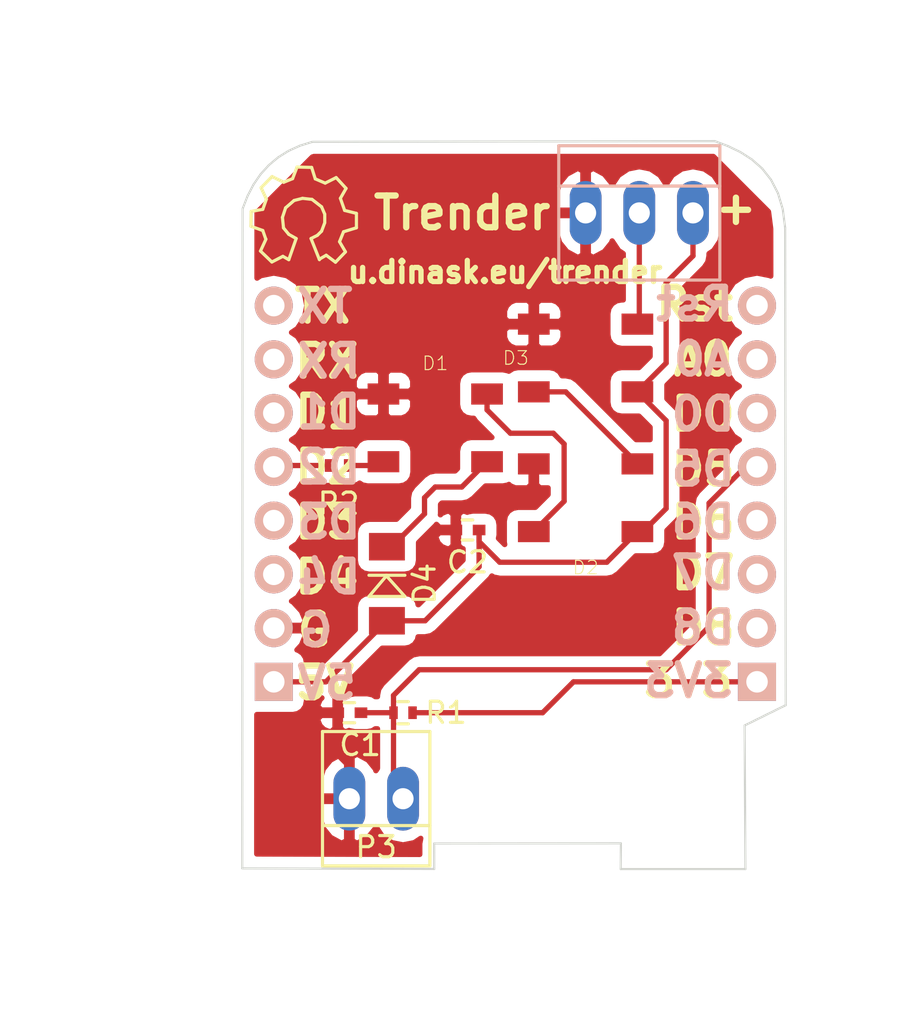
<source format=kicad_pcb>
(kicad_pcb (version 4) (host pcbnew "(2015-09-12 BZR 6188)-product")

  (general
    (links 22)
    (no_connects 0)
    (area 114.174001 72.08 161.463715 122.080001)
    (thickness 1.6)
    (drawings 84)
    (tracks 58)
    (zones 0)
    (modules 13)
    (nets 22)
  )

  (page A4)
  (title_block
    (title SweetTime)
    (date 2016-06-27)
    (rev 2.0)
    (company Galilabs)
    (comment 1 "Fablab Lannion")
    (comment 2 http://u.dinask.eu/trender)
  )

  (layers
    (0 F.Cu signal)
    (31 B.Cu signal)
    (32 B.Adhes user)
    (33 F.Adhes user)
    (34 B.Paste user)
    (35 F.Paste user)
    (36 B.SilkS user hide)
    (37 F.SilkS user)
    (38 B.Mask user)
    (39 F.Mask user)
    (40 Dwgs.User user)
    (41 Cmts.User user)
    (42 Eco1.User user)
    (43 Eco2.User user)
    (44 Edge.Cuts user)
    (45 Margin user)
    (46 B.CrtYd user)
    (47 F.CrtYd user)
    (48 B.Fab user)
    (49 F.Fab user)
  )

  (setup
    (last_trace_width 0.25)
    (trace_clearance 0.2)
    (zone_clearance 0.508)
    (zone_45_only no)
    (trace_min 0.2)
    (segment_width 0.2)
    (edge_width 0.15)
    (via_size 0.6)
    (via_drill 0.4)
    (via_min_size 0.4)
    (via_min_drill 0.3)
    (uvia_size 0.3)
    (uvia_drill 0.1)
    (uvias_allowed no)
    (uvia_min_size 0.2)
    (uvia_min_drill 0.1)
    (pcb_text_width 0.3)
    (pcb_text_size 1.5 1.5)
    (mod_edge_width 0.15)
    (mod_text_size 1 1)
    (mod_text_width 0.15)
    (pad_size 2.032 1.7272)
    (pad_drill 1.016)
    (pad_to_mask_clearance 0.2)
    (aux_axis_origin 0 0)
    (visible_elements FFFFEF7F)
    (pcbplotparams
      (layerselection 0x00130_80000001)
      (usegerberextensions false)
      (excludeedgelayer true)
      (linewidth 0.100000)
      (plotframeref false)
      (viasonmask false)
      (mode 1)
      (useauxorigin false)
      (hpglpennumber 1)
      (hpglpenspeed 20)
      (hpglpendiameter 15)
      (hpglpenoverlay 2)
      (psnegative false)
      (psa4output false)
      (plotreference true)
      (plotvalue true)
      (plotinvisibletext false)
      (padsonsilk false)
      (subtractmaskfromsilk false)
      (outputformat 4)
      (mirror false)
      (drillshape 0)
      (scaleselection 1)
      (outputdirectory ../doc/))
  )

  (net 0 "")
  (net 1 /+5V)
  (net 2 /D4)
  (net 3 /D3)
  (net 4 /D2)
  (net 5 /D1)
  (net 6 /RX)
  (net 7 /TX)
  (net 8 /+3.3V)
  (net 9 /D8)
  (net 10 /D7)
  (net 11 /D6)
  (net 12 /D5)
  (net 13 /D0)
  (net 14 /A0)
  (net 15 /RST)
  (net 16 GND)
  (net 17 "Net-(D1-Pad1)")
  (net 18 "Net-(D1-Pad2)")
  (net 19 "Net-(D2-Pad2)")
  (net 20 "Net-(D3-Pad2)")
  (net 21 "Net-(D1-Pad4)")

  (net_class Default "This is the default net class."
    (clearance 0.2)
    (trace_width 0.25)
    (via_dia 0.6)
    (via_drill 0.4)
    (uvia_dia 0.3)
    (uvia_drill 0.1)
    (add_net /+3.3V)
    (add_net /+5V)
    (add_net /A0)
    (add_net /D0)
    (add_net /D1)
    (add_net /D2)
    (add_net /D3)
    (add_net /D4)
    (add_net /D5)
    (add_net /D6)
    (add_net /D7)
    (add_net /D8)
    (add_net /RST)
    (add_net /RX)
    (add_net /TX)
    (add_net GND)
    (add_net "Net-(D1-Pad1)")
    (add_net "Net-(D1-Pad2)")
    (add_net "Net-(D1-Pad4)")
    (add_net "Net-(D2-Pad2)")
    (add_net "Net-(D3-Pad2)")
  )

  (module D1_mini:D1_mini_Pin_Header (layer B.Cu) (tedit 5772F54E) (tstamp 5766A936)
    (at 127.49 103.95)
    (descr "Through hole pin header")
    (tags "pin header")
    (path /5763EB78)
    (fp_text reference P1 (at -0.11 2.45) (layer B.SilkS) hide
      (effects (font (size 1 1) (thickness 0.15)) (justify mirror))
    )
    (fp_text value CONN_01X08 (at 0 3.1) (layer B.Fab) hide
      (effects (font (size 1 1) (thickness 0.15)) (justify mirror))
    )
    (fp_line (start -1.75 1.75) (end -1.75 -19.55) (layer B.CrtYd) (width 0.05))
    (fp_line (start 1.75 1.75) (end 1.75 -19.55) (layer B.CrtYd) (width 0.05))
    (fp_line (start -1.75 1.75) (end 1.75 1.75) (layer B.CrtYd) (width 0.05))
    (fp_line (start -1.75 -19.55) (end 1.75 -19.55) (layer B.CrtYd) (width 0.05))
    (pad 1 thru_hole rect (at 0 0) (size 1.8 1.8) (drill 1.016) (layers *.Cu *.Mask B.SilkS)
      (net 1 /+5V))
    (pad 2 thru_hole oval (at 0 -2.54) (size 1.8 1.8) (drill 1.016) (layers *.Cu *.Mask B.SilkS)
      (net 16 GND))
    (pad 3 thru_hole oval (at 0 -5.08) (size 1.8 1.8) (drill 1.016) (layers *.Cu *.Mask B.SilkS)
      (net 2 /D4))
    (pad 4 thru_hole oval (at 0 -7.62) (size 1.8 1.8) (drill 1.016) (layers *.Cu *.Mask B.SilkS)
      (net 3 /D3))
    (pad 5 thru_hole oval (at 0 -10.16) (size 1.8 1.8) (drill 1.016) (layers *.Cu *.Mask B.SilkS)
      (net 4 /D2))
    (pad 6 thru_hole oval (at 0 -12.7) (size 1.8 1.8) (drill 1.016) (layers *.Cu *.Mask B.SilkS)
      (net 5 /D1))
    (pad 7 thru_hole oval (at 0 -15.24) (size 1.8 1.8) (drill 1.016) (layers *.Cu *.Mask B.SilkS)
      (net 6 /RX))
    (pad 8 thru_hole oval (at 0 -17.78) (size 1.8 1.8) (drill 1.016) (layers *.Cu *.Mask B.SilkS)
      (net 7 /TX))
    (model Pin_Headers.3dshapes/Pin_Header_Straight_1x08.wrl
      (at (xyz 0 -0.35 0))
      (scale (xyz 1 1 1))
      (rotate (xyz 0 0 90))
    )
  )

  (module D1_mini:D1_mini_Pin_Header (layer B.Cu) (tedit 5772F54A) (tstamp 5766A941)
    (at 150.35 103.95)
    (descr "Through hole pin header")
    (tags "pin header")
    (path /5763EBF2)
    (fp_text reference P2 (at 0.05 -20.15) (layer B.SilkS) hide
      (effects (font (size 1 1) (thickness 0.15)) (justify mirror))
    )
    (fp_text value CONN_01X08 (at 0 3.1) (layer B.Fab) hide
      (effects (font (size 1 1) (thickness 0.15)) (justify mirror))
    )
    (fp_line (start -1.75 1.75) (end -1.75 -19.55) (layer B.CrtYd) (width 0.05))
    (fp_line (start 1.75 1.75) (end 1.75 -19.55) (layer B.CrtYd) (width 0.05))
    (fp_line (start -1.75 1.75) (end 1.75 1.75) (layer B.CrtYd) (width 0.05))
    (fp_line (start -1.75 -19.55) (end 1.75 -19.55) (layer B.CrtYd) (width 0.05))
    (pad 1 thru_hole rect (at 0 0) (size 1.8 1.8) (drill 1.016) (layers *.Cu *.Mask B.SilkS)
      (net 8 /+3.3V))
    (pad 2 thru_hole oval (at 0 -2.54) (size 1.8 1.8) (drill 1.016) (layers *.Cu *.Mask B.SilkS)
      (net 9 /D8))
    (pad 3 thru_hole oval (at 0 -5.08) (size 1.8 1.8) (drill 1.016) (layers *.Cu *.Mask B.SilkS)
      (net 10 /D7))
    (pad 4 thru_hole oval (at 0 -7.62) (size 1.8 1.8) (drill 1.016) (layers *.Cu *.Mask B.SilkS)
      (net 11 /D6))
    (pad 5 thru_hole oval (at 0 -10.16) (size 1.8 1.8) (drill 1.016) (layers *.Cu *.Mask B.SilkS)
      (net 12 /D5))
    (pad 6 thru_hole oval (at 0 -12.7) (size 1.8 1.8) (drill 1.016) (layers *.Cu *.Mask B.SilkS)
      (net 13 /D0))
    (pad 7 thru_hole oval (at 0 -15.24) (size 1.8 1.8) (drill 1.016) (layers *.Cu *.Mask B.SilkS)
      (net 14 /A0))
    (pad 8 thru_hole oval (at 0 -17.78) (size 1.8 1.8) (drill 1.016) (layers *.Cu *.Mask B.SilkS)
      (net 15 /RST))
    (model Pin_Headers.3dshapes/Pin_Header_Straight_1x08.wrl
      (at (xyz 0 -0.35 0))
      (scale (xyz 1 1 1))
      (rotate (xyz 0 0 90))
    )
  )

  (module D1_mini:OSHW (layer F.Cu) (tedit 5766B04E) (tstamp 5766B15A)
    (at 128.9 82.1)
    (descr OSHW)
    (tags "Symbol, OSHW-Logo, Silk Screen,")
    (fp_text reference "" (at 0.09906 -4.38912) (layer F.SilkS) hide
      (effects (font (size 1 1) (thickness 0.15)))
    )
    (fp_text value OSHW (at 0 5) (layer F.Fab) hide
      (effects (font (size 1 1) (thickness 0.15)))
    )
    (fp_line (start -1.78054 0.92964) (end -2.03962 1.49098) (layer F.SilkS) (width 0.15))
    (fp_line (start -2.03962 1.49098) (end -1.50114 2.00914) (layer F.SilkS) (width 0.15))
    (fp_line (start -1.50114 2.00914) (end -0.98044 1.7399) (layer F.SilkS) (width 0.15))
    (fp_line (start -0.98044 1.7399) (end -0.70104 1.89992) (layer F.SilkS) (width 0.15))
    (fp_line (start 0.73914 1.8796) (end 1.06934 1.6891) (layer F.SilkS) (width 0.15))
    (fp_line (start 1.06934 1.6891) (end 1.50876 2.0193) (layer F.SilkS) (width 0.15))
    (fp_line (start 1.50876 2.0193) (end 1.9812 1.52908) (layer F.SilkS) (width 0.15))
    (fp_line (start 1.9812 1.52908) (end 1.69926 1.04902) (layer F.SilkS) (width 0.15))
    (fp_line (start 1.69926 1.04902) (end 1.88976 0.57912) (layer F.SilkS) (width 0.15))
    (fp_line (start 1.88976 0.57912) (end 2.49936 0.39116) (layer F.SilkS) (width 0.15))
    (fp_line (start 2.49936 0.39116) (end 2.49936 -0.28956) (layer F.SilkS) (width 0.15))
    (fp_line (start 2.49936 -0.28956) (end 1.94056 -0.42926) (layer F.SilkS) (width 0.15))
    (fp_line (start 1.94056 -0.42926) (end 1.7399 -1.00076) (layer F.SilkS) (width 0.15))
    (fp_line (start 1.7399 -1.00076) (end 2.00914 -1.47066) (layer F.SilkS) (width 0.15))
    (fp_line (start 2.00914 -1.47066) (end 1.53924 -1.9812) (layer F.SilkS) (width 0.15))
    (fp_line (start 1.53924 -1.9812) (end 1.02108 -1.71958) (layer F.SilkS) (width 0.15))
    (fp_line (start 1.02108 -1.71958) (end 0.55118 -1.92024) (layer F.SilkS) (width 0.15))
    (fp_line (start 0.55118 -1.92024) (end 0.381 -2.46126) (layer F.SilkS) (width 0.15))
    (fp_line (start 0.381 -2.46126) (end -0.30988 -2.47904) (layer F.SilkS) (width 0.15))
    (fp_line (start -0.30988 -2.47904) (end -0.5207 -1.9304) (layer F.SilkS) (width 0.15))
    (fp_line (start -0.5207 -1.9304) (end -0.9398 -1.76022) (layer F.SilkS) (width 0.15))
    (fp_line (start -0.9398 -1.76022) (end -1.49098 -2.02946) (layer F.SilkS) (width 0.15))
    (fp_line (start -1.49098 -2.02946) (end -2.00914 -1.50114) (layer F.SilkS) (width 0.15))
    (fp_line (start -2.00914 -1.50114) (end -1.76022 -0.96012) (layer F.SilkS) (width 0.15))
    (fp_line (start -1.76022 -0.96012) (end -1.9304 -0.48006) (layer F.SilkS) (width 0.15))
    (fp_line (start -1.9304 -0.48006) (end -2.47904 -0.381) (layer F.SilkS) (width 0.15))
    (fp_line (start -2.47904 -0.381) (end -2.4892 0.32004) (layer F.SilkS) (width 0.15))
    (fp_line (start -2.4892 0.32004) (end -1.9304 0.5207) (layer F.SilkS) (width 0.15))
    (fp_line (start -1.9304 0.5207) (end -1.7907 0.91948) (layer F.SilkS) (width 0.15))
    (fp_line (start 0.35052 0.89916) (end 0.65024 0.7493) (layer F.SilkS) (width 0.15))
    (fp_line (start 0.65024 0.7493) (end 0.8509 0.55118) (layer F.SilkS) (width 0.15))
    (fp_line (start 0.8509 0.55118) (end 1.00076 0.14986) (layer F.SilkS) (width 0.15))
    (fp_line (start 1.00076 0.14986) (end 1.00076 -0.24892) (layer F.SilkS) (width 0.15))
    (fp_line (start 1.00076 -0.24892) (end 0.8509 -0.59944) (layer F.SilkS) (width 0.15))
    (fp_line (start 0.8509 -0.59944) (end 0.39878 -0.94996) (layer F.SilkS) (width 0.15))
    (fp_line (start 0.39878 -0.94996) (end -0.0508 -1.00076) (layer F.SilkS) (width 0.15))
    (fp_line (start -0.0508 -1.00076) (end -0.44958 -0.89916) (layer F.SilkS) (width 0.15))
    (fp_line (start -0.44958 -0.89916) (end -0.8509 -0.55118) (layer F.SilkS) (width 0.15))
    (fp_line (start -0.8509 -0.55118) (end -1.00076 -0.09906) (layer F.SilkS) (width 0.15))
    (fp_line (start -1.00076 -0.09906) (end -0.94996 0.39878) (layer F.SilkS) (width 0.15))
    (fp_line (start -0.94996 0.39878) (end -0.70104 0.70104) (layer F.SilkS) (width 0.15))
    (fp_line (start -0.70104 0.70104) (end -0.35052 0.89916) (layer F.SilkS) (width 0.15))
    (fp_line (start -0.35052 0.89916) (end -0.70104 1.89992) (layer F.SilkS) (width 0.15))
    (fp_line (start 0.35052 0.89916) (end 0.7493 1.89992) (layer F.SilkS) (width 0.15))
  )

  (module Capacitors_SMD:C_0402 (layer F.Cu) (tedit 5772ADD6) (tstamp 57717C62)
    (at 131.064 105.41 180)
    (descr "Capacitor SMD 0402, reflow soldering, AVX (see smccp.pdf)")
    (tags "capacitor 0402")
    (path /57717D66)
    (attr smd)
    (fp_text reference C1 (at -0.508 -1.524 180) (layer F.SilkS)
      (effects (font (size 1 1) (thickness 0.15)))
    )
    (fp_text value 10n (at 0 1.7 180) (layer F.Fab) hide
      (effects (font (size 1 1) (thickness 0.15)))
    )
    (fp_line (start -1.15 -0.6) (end 1.15 -0.6) (layer F.CrtYd) (width 0.05))
    (fp_line (start -1.15 0.6) (end 1.15 0.6) (layer F.CrtYd) (width 0.05))
    (fp_line (start -1.15 -0.6) (end -1.15 0.6) (layer F.CrtYd) (width 0.05))
    (fp_line (start 1.15 -0.6) (end 1.15 0.6) (layer F.CrtYd) (width 0.05))
    (fp_line (start 0.25 -0.475) (end -0.25 -0.475) (layer F.SilkS) (width 0.15))
    (fp_line (start -0.25 0.475) (end 0.25 0.475) (layer F.SilkS) (width 0.15))
    (pad 1 smd rect (at -0.55 0 180) (size 0.6 0.5) (layers F.Cu F.Paste F.Mask)
      (net 12 /D5))
    (pad 2 smd rect (at 0.55 0 180) (size 0.6 0.5) (layers F.Cu F.Paste F.Mask)
      (net 16 GND))
    (model Capacitors_SMD.3dshapes/C_0402.wrl
      (at (xyz 0 0 0))
      (scale (xyz 1 1 1))
      (rotate (xyz 0 0 0))
    )
  )

  (module WS2812B:LED_WS2812B (layer F.Cu) (tedit 5772F387) (tstamp 57717C6A)
    (at 135.128 91.948 180)
    (path /577173C5)
    (solder_mask_margin 0.1)
    (attr smd)
    (fp_text reference D1 (at 0 3.048 180) (layer F.SilkS)
      (effects (font (size 0.64 0.64) (thickness 0.05)))
    )
    (fp_text value WS2812B (at -0.453181 3.40908 180) (layer F.SilkS) hide
      (effects (font (size 0.64 0.64) (thickness 0.05)))
    )
    (fp_line (start -2.5 2.5) (end 2.5 2.5) (layer Dwgs.User) (width 0.127))
    (fp_line (start 2.5 2.5) (end 2.5 -2.5) (layer Dwgs.User) (width 0.127))
    (fp_line (start 2.5 -2.5) (end -2.5 -2.5) (layer Dwgs.User) (width 0.127))
    (fp_line (start -2.5 -2.5) (end -2.5 2.5) (layer Dwgs.User) (width 0.127))
    (pad 1 smd rect (at -2.45 -1.6 270) (size 1 1.5) (layers F.Cu F.Paste F.Mask)
      (net 17 "Net-(D1-Pad1)") (solder_mask_margin 0.2))
    (pad 4 smd rect (at 2.45 -1.6 270) (size 1 1.5) (layers F.Cu F.Paste F.Mask)
      (net 21 "Net-(D1-Pad4)") (solder_mask_margin 0.2))
    (pad 2 smd rect (at -2.45 1.6 270) (size 1 1.5) (layers F.Cu F.Paste F.Mask)
      (net 18 "Net-(D1-Pad2)") (solder_mask_margin 0.2))
    (pad 3 smd rect (at 2.45 1.6 270) (size 1 1.5) (layers F.Cu F.Paste F.Mask)
      (net 16 GND) (solder_mask_margin 0.2))
  )

  (module WS2812B:LED_WS2812B (layer F.Cu) (tedit 5772F380) (tstamp 57717C72)
    (at 142.24 95.25 180)
    (path /577174D3)
    (solder_mask_margin 0.1)
    (attr smd)
    (fp_text reference D2 (at 0 -3.302 180) (layer F.SilkS)
      (effects (font (size 0.64 0.64) (thickness 0.05)))
    )
    (fp_text value WS2812B (at -0.453181 3.40908 180) (layer F.SilkS) hide
      (effects (font (size 0.64 0.64) (thickness 0.05)))
    )
    (fp_line (start -2.5 2.5) (end 2.5 2.5) (layer Dwgs.User) (width 0.127))
    (fp_line (start 2.5 2.5) (end 2.5 -2.5) (layer Dwgs.User) (width 0.127))
    (fp_line (start 2.5 -2.5) (end -2.5 -2.5) (layer Dwgs.User) (width 0.127))
    (fp_line (start -2.5 -2.5) (end -2.5 2.5) (layer Dwgs.User) (width 0.127))
    (pad 1 smd rect (at -2.45 -1.6 270) (size 1 1.5) (layers F.Cu F.Paste F.Mask)
      (net 1 /+5V) (solder_mask_margin 0.2))
    (pad 4 smd rect (at 2.45 -1.6 270) (size 1 1.5) (layers F.Cu F.Paste F.Mask)
      (net 18 "Net-(D1-Pad2)") (solder_mask_margin 0.2))
    (pad 2 smd rect (at -2.45 1.6 270) (size 1 1.5) (layers F.Cu F.Paste F.Mask)
      (net 19 "Net-(D2-Pad2)") (solder_mask_margin 0.2))
    (pad 3 smd rect (at 2.45 1.6 270) (size 1 1.5) (layers F.Cu F.Paste F.Mask)
      (net 16 GND) (solder_mask_margin 0.2))
  )

  (module WS2812B:LED_WS2812B (layer F.Cu) (tedit 5772F44F) (tstamp 57717C7A)
    (at 142.24 88.646 180)
    (path /57717547)
    (solder_mask_margin 0.1)
    (attr smd)
    (fp_text reference D3 (at 3.302 0 180) (layer F.SilkS)
      (effects (font (size 0.64 0.64) (thickness 0.05)))
    )
    (fp_text value WS2812B (at -0.453181 3.40908 180) (layer F.SilkS) hide
      (effects (font (size 0.64 0.64) (thickness 0.05)))
    )
    (fp_line (start -2.5 2.5) (end 2.5 2.5) (layer Dwgs.User) (width 0.127))
    (fp_line (start 2.5 2.5) (end 2.5 -2.5) (layer Dwgs.User) (width 0.127))
    (fp_line (start 2.5 -2.5) (end -2.5 -2.5) (layer Dwgs.User) (width 0.127))
    (fp_line (start -2.5 -2.5) (end -2.5 2.5) (layer Dwgs.User) (width 0.127))
    (pad 1 smd rect (at -2.45 -1.6 270) (size 1 1.5) (layers F.Cu F.Paste F.Mask)
      (net 1 /+5V) (solder_mask_margin 0.2))
    (pad 4 smd rect (at 2.45 -1.6 270) (size 1 1.5) (layers F.Cu F.Paste F.Mask)
      (net 19 "Net-(D2-Pad2)") (solder_mask_margin 0.2))
    (pad 2 smd rect (at -2.45 1.6 270) (size 1 1.5) (layers F.Cu F.Paste F.Mask)
      (net 20 "Net-(D3-Pad2)") (solder_mask_margin 0.2))
    (pad 3 smd rect (at 2.45 1.6 270) (size 1 1.5) (layers F.Cu F.Paste F.Mask)
      (net 16 GND) (solder_mask_margin 0.2))
  )

  (module Connect:PINHEAD1-2 (layer F.Cu) (tedit 5772ADDD) (tstamp 57717C86)
    (at 132.334 109.474 180)
    (path /577189A7)
    (attr virtual)
    (fp_text reference P3 (at 0 -2.286 180) (layer F.SilkS)
      (effects (font (size 1 1) (thickness 0.15)))
    )
    (fp_text value CONN_01X02 (at 0 3.81 180) (layer F.Fab) hide
      (effects (font (size 1 1) (thickness 0.15)))
    )
    (fp_line (start 2.54 -1.27) (end -2.54 -1.27) (layer F.SilkS) (width 0.15))
    (fp_line (start 2.54 3.175) (end -2.54 3.175) (layer F.SilkS) (width 0.15))
    (fp_line (start -2.54 -3.175) (end 2.54 -3.175) (layer F.SilkS) (width 0.15))
    (fp_line (start -2.54 -3.175) (end -2.54 3.175) (layer F.SilkS) (width 0.15))
    (fp_line (start 2.54 -3.175) (end 2.54 3.175) (layer F.SilkS) (width 0.15))
    (pad 1 thru_hole oval (at -1.27 0 180) (size 1.50622 3.01498) (drill 0.99822) (layers *.Cu *.Mask)
      (net 12 /D5))
    (pad 2 thru_hole oval (at 1.27 0 180) (size 1.50622 3.01498) (drill 0.99822) (layers *.Cu *.Mask)
      (net 16 GND))
  )

  (module Resistors_SMD:R_0402 (layer F.Cu) (tedit 5772ADCE) (tstamp 57717C8C)
    (at 133.604 105.41 180)
    (descr "Resistor SMD 0402, reflow soldering, Vishay (see dcrcw.pdf)")
    (tags "resistor 0402")
    (path /57717D17)
    (attr smd)
    (fp_text reference R1 (at -2.032 0 180) (layer F.SilkS)
      (effects (font (size 1 1) (thickness 0.15)))
    )
    (fp_text value 10K (at 0 1.8 180) (layer F.Fab) hide
      (effects (font (size 1 1) (thickness 0.15)))
    )
    (fp_line (start -0.95 -0.65) (end 0.95 -0.65) (layer F.CrtYd) (width 0.05))
    (fp_line (start -0.95 0.65) (end 0.95 0.65) (layer F.CrtYd) (width 0.05))
    (fp_line (start -0.95 -0.65) (end -0.95 0.65) (layer F.CrtYd) (width 0.05))
    (fp_line (start 0.95 -0.65) (end 0.95 0.65) (layer F.CrtYd) (width 0.05))
    (fp_line (start 0.25 -0.525) (end -0.25 -0.525) (layer F.SilkS) (width 0.15))
    (fp_line (start -0.25 0.525) (end 0.25 0.525) (layer F.SilkS) (width 0.15))
    (pad 1 smd rect (at -0.45 0 180) (size 0.4 0.6) (layers F.Cu F.Paste F.Mask)
      (net 8 /+3.3V))
    (pad 2 smd rect (at 0.45 0 180) (size 0.4 0.6) (layers F.Cu F.Paste F.Mask)
      (net 12 /D5))
    (model Resistors_SMD.3dshapes/R_0402.wrl
      (at (xyz 0 0 0))
      (scale (xyz 1 1 1))
      (rotate (xyz 0 0 0))
    )
  )

  (module Capacitors_SMD:C_0402 (layer F.Cu) (tedit 5772F50A) (tstamp 5772A79F)
    (at 136.652 96.774 180)
    (descr "Capacitor SMD 0402, reflow soldering, AVX (see smccp.pdf)")
    (tags "capacitor 0402")
    (path /5772A7DC)
    (attr smd)
    (fp_text reference C2 (at 0 -1.524 180) (layer F.SilkS)
      (effects (font (size 1 1) (thickness 0.15)))
    )
    (fp_text value 4.7u (at 0 1.7 180) (layer F.Fab) hide
      (effects (font (size 1 1) (thickness 0.15)))
    )
    (fp_line (start -1.15 -0.6) (end 1.15 -0.6) (layer F.CrtYd) (width 0.05))
    (fp_line (start -1.15 0.6) (end 1.15 0.6) (layer F.CrtYd) (width 0.05))
    (fp_line (start -1.15 -0.6) (end -1.15 0.6) (layer F.CrtYd) (width 0.05))
    (fp_line (start 1.15 -0.6) (end 1.15 0.6) (layer F.CrtYd) (width 0.05))
    (fp_line (start 0.25 -0.475) (end -0.25 -0.475) (layer F.SilkS) (width 0.15))
    (fp_line (start -0.25 0.475) (end 0.25 0.475) (layer F.SilkS) (width 0.15))
    (pad 1 smd rect (at -0.55 0 180) (size 0.6 0.5) (layers F.Cu F.Paste F.Mask)
      (net 1 /+5V))
    (pad 2 smd rect (at 0.55 0 180) (size 0.6 0.5) (layers F.Cu F.Paste F.Mask)
      (net 16 GND))
    (model Capacitors_SMD.3dshapes/C_0402.wrl
      (at (xyz 0 0 0))
      (scale (xyz 1 1 1))
      (rotate (xyz 0 0 0))
    )
  )

  (module Resistors_SMD:R_0402 (layer F.Cu) (tedit 5772A7B0) (tstamp 5772A7AA)
    (at 130.556 93.726 180)
    (descr "Resistor SMD 0402, reflow soldering, Vishay (see dcrcw.pdf)")
    (tags "resistor 0402")
    (path /5772A62F)
    (attr smd)
    (fp_text reference R2 (at 0 -1.8 180) (layer F.SilkS)
      (effects (font (size 1 1) (thickness 0.15)))
    )
    (fp_text value 470 (at 0 1.8 180) (layer F.Fab) hide
      (effects (font (size 1 1) (thickness 0.15)))
    )
    (fp_line (start -0.95 -0.65) (end 0.95 -0.65) (layer F.CrtYd) (width 0.05))
    (fp_line (start -0.95 0.65) (end 0.95 0.65) (layer F.CrtYd) (width 0.05))
    (fp_line (start -0.95 -0.65) (end -0.95 0.65) (layer F.CrtYd) (width 0.05))
    (fp_line (start 0.95 -0.65) (end 0.95 0.65) (layer F.CrtYd) (width 0.05))
    (fp_line (start 0.25 -0.525) (end -0.25 -0.525) (layer F.SilkS) (width 0.15))
    (fp_line (start -0.25 0.525) (end 0.25 0.525) (layer F.SilkS) (width 0.15))
    (pad 1 smd rect (at -0.45 0 180) (size 0.4 0.6) (layers F.Cu F.Paste F.Mask)
      (net 21 "Net-(D1-Pad4)"))
    (pad 2 smd rect (at 0.45 0 180) (size 0.4 0.6) (layers F.Cu F.Paste F.Mask)
      (net 4 /D2))
    (model Resistors_SMD.3dshapes/R_0402.wrl
      (at (xyz 0 0 0))
      (scale (xyz 1 1 1))
      (rotate (xyz 0 0 0))
    )
  )

  (module Diodes_SMD:MiniMELF_Standard (layer F.Cu) (tedit 5772B057) (tstamp 5772AD7C)
    (at 132.842 99.314 270)
    (descr "Diode Mini-MELF Standard")
    (tags "Diode Mini-MELF Standard")
    (path /57717974)
    (attr smd)
    (fp_text reference D4 (at 0 -1.778 270) (layer F.SilkS)
      (effects (font (size 1 1) (thickness 0.15)))
    )
    (fp_text value 1N4148 (at 0 3.81 270) (layer F.Fab) hide
      (effects (font (size 1 1) (thickness 0.15)))
    )
    (fp_line (start -2.55 -1) (end 2.55 -1) (layer F.CrtYd) (width 0.05))
    (fp_line (start 2.55 -1) (end 2.55 1) (layer F.CrtYd) (width 0.05))
    (fp_line (start 2.55 1) (end -2.55 1) (layer F.CrtYd) (width 0.05))
    (fp_line (start -2.55 1) (end -2.55 -1) (layer F.CrtYd) (width 0.05))
    (fp_line (start -0.40024 0.0508) (end 0.60052 -0.85) (layer F.SilkS) (width 0.15))
    (fp_line (start 0.60052 -0.85) (end 0.60052 0.85) (layer F.SilkS) (width 0.15))
    (fp_line (start 0.60052 0.85) (end -0.40024 0) (layer F.SilkS) (width 0.15))
    (fp_line (start -0.40024 -0.85) (end -0.40024 0.85) (layer F.SilkS) (width 0.15))
    (fp_text user K (at -1.8 1.95 270) (layer F.SilkS) hide
      (effects (font (size 1 1) (thickness 0.15)))
    )
    (fp_text user A (at 1.8 1.95 270) (layer F.SilkS) hide
      (effects (font (size 1 1) (thickness 0.15)))
    )
    (fp_circle (center 0 0) (end 0 0.55118) (layer F.Adhes) (width 0.381))
    (fp_circle (center 0 0) (end 0 0.20066) (layer F.Adhes) (width 0.381))
    (pad 1 smd rect (at -1.75006 0 270) (size 1.30048 1.69926) (layers F.Cu F.Paste F.Mask)
      (net 17 "Net-(D1-Pad1)"))
    (pad 2 smd rect (at 1.75006 0 270) (size 1.30048 1.69926) (layers F.Cu F.Paste F.Mask)
      (net 1 /+5V))
    (model Diodes_SMD.3dshapes/MiniMELF_Standard.wrl
      (at (xyz 0 0 0))
      (scale (xyz 0.3937 0.3937 0.3937))
      (rotate (xyz 0 0 0))
    )
  )

  (module Connect:PINHEAD1-3 (layer B.Cu) (tedit 5772F2FA) (tstamp 5772F2C6)
    (at 144.78 81.788 180)
    (path /5772F386)
    (attr virtual)
    (fp_text reference P4 (at 0.05 3.8 180) (layer B.SilkS) hide
      (effects (font (size 1 1) (thickness 0.15)) (justify mirror))
    )
    (fp_text value CONN_01X03 (at 0 -3.81 180) (layer B.Fab) hide
      (effects (font (size 1 1) (thickness 0.15)) (justify mirror))
    )
    (fp_line (start -3.81 3.175) (end -3.81 -3.175) (layer B.SilkS) (width 0.15))
    (fp_line (start 3.81 3.175) (end 3.81 -3.175) (layer B.SilkS) (width 0.15))
    (fp_line (start 3.81 1.27) (end -3.81 1.27) (layer B.SilkS) (width 0.15))
    (fp_line (start -3.81 3.175) (end 3.81 3.175) (layer B.SilkS) (width 0.15))
    (fp_line (start 3.81 -3.175) (end -3.81 -3.175) (layer B.SilkS) (width 0.15))
    (pad 1 thru_hole oval (at -2.54 0 180) (size 1.50622 3.01498) (drill 0.99822) (layers *.Cu *.Mask)
      (net 1 /+5V))
    (pad 2 thru_hole oval (at 0 0 180) (size 1.50622 3.01498) (drill 0.99822) (layers *.Cu *.Mask)
      (net 20 "Net-(D3-Pad2)"))
    (pad 3 thru_hole oval (at 2.54 0 180) (size 1.50622 3.01498) (drill 0.99822) (layers *.Cu *.Mask)
      (net 16 GND))
  )

  (dimension 6.096 (width 0.3) (layer Dwgs.User)
    (gr_text "6,096 mm" (at 155.528 81.28 90) (layer Dwgs.User)
      (effects (font (size 1.5 1.5) (thickness 0.3)))
    )
    (feature1 (pts (xy 152.146 78.232) (xy 156.878 78.232)))
    (feature2 (pts (xy 152.146 84.328) (xy 156.878 84.328)))
    (crossbar (pts (xy 154.178 84.328) (xy 154.178 78.232)))
    (arrow1a (pts (xy 154.178 78.232) (xy 154.764421 79.358504)))
    (arrow1b (pts (xy 154.178 78.232) (xy 153.591579 79.358504)))
    (arrow2a (pts (xy 154.178 84.328) (xy 154.764421 83.201496)))
    (arrow2b (pts (xy 154.178 84.328) (xy 153.591579 83.201496)))
  )
  (dimension 7.62 (width 0.3) (layer Dwgs.User)
    (gr_text "7,620 mm" (at 155.528 108.966 90) (layer Dwgs.User)
      (effects (font (size 1.5 1.5) (thickness 0.3)))
    )
    (feature1 (pts (xy 151.638 105.156) (xy 156.878 105.156)))
    (feature2 (pts (xy 151.638 112.776) (xy 156.878 112.776)))
    (crossbar (pts (xy 154.178 112.776) (xy 154.178 105.156)))
    (arrow1a (pts (xy 154.178 105.156) (xy 154.764421 106.282504)))
    (arrow1b (pts (xy 154.178 105.156) (xy 153.591579 106.282504)))
    (arrow2a (pts (xy 154.178 112.776) (xy 154.764421 111.649496)))
    (arrow2b (pts (xy 154.178 112.776) (xy 153.591579 111.649496)))
  )
  (dimension 1.778 (width 0.3) (layer Dwgs.User)
    (gr_text "1,778 mm" (at 150.749 120.73) (layer Dwgs.User)
      (effects (font (size 1.5 1.5) (thickness 0.3)))
    )
    (feature1 (pts (xy 151.638 113.284) (xy 151.638 122.08)))
    (feature2 (pts (xy 149.86 113.284) (xy 149.86 122.08)))
    (crossbar (pts (xy 149.86 119.38) (xy 151.638 119.38)))
    (arrow1a (pts (xy 151.638 119.38) (xy 150.511496 119.966421)))
    (arrow1b (pts (xy 151.638 119.38) (xy 150.511496 118.793579)))
    (arrow2a (pts (xy 149.86 119.38) (xy 150.986504 119.966421)))
    (arrow2b (pts (xy 149.86 119.38) (xy 150.986504 118.793579)))
  )
  (dimension 5.842 (width 0.3) (layer Dwgs.User)
    (gr_text "5,842 mm" (at 146.939 115.65) (layer Dwgs.User)
      (effects (font (size 1.5 1.5) (thickness 0.3)))
    )
    (feature1 (pts (xy 149.86 113.284) (xy 149.86 117)))
    (feature2 (pts (xy 144.018 113.284) (xy 144.018 117)))
    (crossbar (pts (xy 144.018 114.3) (xy 149.86 114.3)))
    (arrow1a (pts (xy 149.86 114.3) (xy 148.733496 114.886421)))
    (arrow1b (pts (xy 149.86 114.3) (xy 148.733496 113.713579)))
    (arrow2a (pts (xy 144.018 114.3) (xy 145.144504 114.886421)))
    (arrow2b (pts (xy 144.018 114.3) (xy 145.144504 113.713579)))
  )
  (dimension 8.89 (width 0.3) (layer Dwgs.User)
    (gr_text "8,890 mm" (at 139.573 118.444) (layer Dwgs.User)
      (effects (font (size 1.5 1.5) (thickness 0.3)))
    )
    (feature1 (pts (xy 144.018 113.284) (xy 144.018 119.794)))
    (feature2 (pts (xy 135.128 113.284) (xy 135.128 119.794)))
    (crossbar (pts (xy 135.128 117.094) (xy 144.018 117.094)))
    (arrow1a (pts (xy 144.018 117.094) (xy 142.891496 117.680421)))
    (arrow1b (pts (xy 144.018 117.094) (xy 142.891496 116.507579)))
    (arrow2a (pts (xy 135.128 117.094) (xy 136.254504 117.680421)))
    (arrow2b (pts (xy 135.128 117.094) (xy 136.254504 116.507579)))
  )
  (dimension 9.144 (width 0.3) (layer Dwgs.User)
    (gr_text "9,144 mm" (at 130.556 115.65) (layer Dwgs.User)
      (effects (font (size 1.5 1.5) (thickness 0.3)))
    )
    (feature1 (pts (xy 135.128 113.284) (xy 135.128 117)))
    (feature2 (pts (xy 125.984 113.284) (xy 125.984 117)))
    (crossbar (pts (xy 125.984 114.3) (xy 135.128 114.3)))
    (arrow1a (pts (xy 135.128 114.3) (xy 134.001496 114.886421)))
    (arrow1b (pts (xy 135.128 114.3) (xy 134.001496 113.713579)))
    (arrow2a (pts (xy 125.984 114.3) (xy 127.110504 114.886421)))
    (arrow2b (pts (xy 125.984 114.3) (xy 127.110504 113.713579)))
  )
  (dimension 25.654 (width 0.3) (layer Dwgs.User)
    (gr_text "25,654 mm" (at 138.811 73.58) (layer Dwgs.User)
      (effects (font (size 1.5 1.5) (thickness 0.3)))
    )
    (feature1 (pts (xy 151.638 77.978) (xy 151.638 72.23)))
    (feature2 (pts (xy 125.984 77.978) (xy 125.984 72.23)))
    (crossbar (pts (xy 125.984 74.93) (xy 151.638 74.93)))
    (arrow1a (pts (xy 151.638 74.93) (xy 150.511496 75.516421)))
    (arrow1b (pts (xy 151.638 74.93) (xy 150.511496 74.343579)))
    (arrow2a (pts (xy 125.984 74.93) (xy 127.110504 75.516421)))
    (arrow2b (pts (xy 125.984 74.93) (xy 127.110504 74.343579)))
  )
  (dimension 34.29 (width 0.3) (layer Dwgs.User)
    (gr_text "34,290 mm" (at 120.824 95.631 90) (layer Dwgs.User)
      (effects (font (size 1.5 1.5) (thickness 0.3)))
    )
    (feature1 (pts (xy 128.016 78.486) (xy 119.474 78.486)))
    (feature2 (pts (xy 128.016 112.776) (xy 119.474 112.776)))
    (crossbar (pts (xy 122.174 112.776) (xy 122.174 78.486)))
    (arrow1a (pts (xy 122.174 78.486) (xy 122.760421 79.612504)))
    (arrow1b (pts (xy 122.174 78.486) (xy 121.587579 79.612504)))
    (arrow2a (pts (xy 122.174 112.776) (xy 122.760421 111.649496)))
    (arrow2b (pts (xy 122.174 112.776) (xy 121.587579 111.649496)))
  )
  (gr_text + (at 149.352 81.534) (layer F.SilkS)
    (effects (font (size 1.5 1.5) (thickness 0.3)))
  )
  (gr_text Trender (at 136.398 81.788) (layer F.SilkS)
    (effects (font (size 1.5 1.5) (thickness 0.3)))
  )
  (gr_text u.dinask.eu/trender (at 138.43 84.582) (layer F.SilkS)
    (effects (font (size 1 1) (thickness 0.25)))
  )
  (gr_text 3V3 (at 147.1 103.9) (layer B.SilkS) (tstamp 5766AD4B)
    (effects (font (size 1.5 1.5) (thickness 0.3)) (justify mirror))
  )
  (gr_text D8 (at 147.8 101.4) (layer B.SilkS) (tstamp 5766AD4A)
    (effects (font (size 1.5 1.5) (thickness 0.3)) (justify mirror))
  )
  (gr_text D7 (at 147.8 98.8) (layer B.SilkS) (tstamp 5766AD49)
    (effects (font (size 1.5 1.5) (thickness 0.3)) (justify mirror))
  )
  (gr_text D6 (at 147.8 96.4) (layer B.SilkS) (tstamp 5766AD48)
    (effects (font (size 1.5 1.5) (thickness 0.3)) (justify mirror))
  )
  (gr_text D5 (at 147.8 93.9) (layer B.SilkS) (tstamp 5766AD47)
    (effects (font (size 1.5 1.5) (thickness 0.3)) (justify mirror))
  )
  (gr_text D0 (at 147.8 91.3) (layer B.SilkS) (tstamp 5766AD46)
    (effects (font (size 1.5 1.5) (thickness 0.3)) (justify mirror))
  )
  (gr_text A0 (at 147.8 88.7) (layer B.SilkS) (tstamp 5766AD45)
    (effects (font (size 1.5 1.5) (thickness 0.3)) (justify mirror))
  )
  (gr_text Rst (at 147.4 86.1) (layer B.SilkS) (tstamp 5766AD44)
    (effects (font (size 1.5 1.5) (thickness 0.3)) (justify mirror))
  )
  (gr_text 5V (at 130 104) (layer B.SilkS) (tstamp 5766AD01)
    (effects (font (size 1.5 1.5) (thickness 0.3)) (justify mirror))
  )
  (gr_text G (at 129.5 101.5) (layer B.SilkS) (tstamp 5766AD00)
    (effects (font (size 1.5 1.5) (thickness 0.3)) (justify mirror))
  )
  (gr_text D4 (at 130.1 99) (layer B.SilkS) (tstamp 5766ACFF)
    (effects (font (size 1.5 1.5) (thickness 0.3)) (justify mirror))
  )
  (gr_text D3 (at 130.1 96.4) (layer B.SilkS) (tstamp 5766ACFE)
    (effects (font (size 1.5 1.5) (thickness 0.3)) (justify mirror))
  )
  (gr_text D2 (at 130.1 93.8) (layer B.SilkS) (tstamp 5766ACFD)
    (effects (font (size 1.5 1.5) (thickness 0.3)) (justify mirror))
  )
  (gr_text D1 (at 130.1 91.2) (layer B.SilkS) (tstamp 5766ACFC)
    (effects (font (size 1.5 1.5) (thickness 0.3)) (justify mirror))
  )
  (gr_text RX (at 130.1 88.8) (layer B.SilkS) (tstamp 5766ACFB)
    (effects (font (size 1.5 1.5) (thickness 0.3)) (justify mirror))
  )
  (gr_text TX (at 129.9 86.2) (layer B.SilkS) (tstamp 5766ACFA)
    (effects (font (size 1.5 1.5) (thickness 0.3)) (justify mirror))
  )
  (gr_text Rst (at 147.4 86.1) (layer F.SilkS)
    (effects (font (size 1.5 1.5) (thickness 0.3)))
  )
  (gr_text A0 (at 147.8 88.7) (layer F.SilkS)
    (effects (font (size 1.5 1.5) (thickness 0.3)))
  )
  (gr_text D0 (at 147.8 91.3) (layer F.SilkS)
    (effects (font (size 1.5 1.5) (thickness 0.3)))
  )
  (gr_text D5 (at 147.8 93.9) (layer F.SilkS)
    (effects (font (size 1.5 1.5) (thickness 0.3)))
  )
  (gr_text D6 (at 147.8 96.4) (layer F.SilkS)
    (effects (font (size 1.5 1.5) (thickness 0.3)))
  )
  (gr_text D7 (at 147.8 98.8) (layer F.SilkS)
    (effects (font (size 1.5 1.5) (thickness 0.3)))
  )
  (gr_text D8 (at 147.8 101.4) (layer F.SilkS)
    (effects (font (size 1.5 1.5) (thickness 0.3)))
  )
  (gr_text 3V3 (at 147.1 103.9) (layer F.SilkS)
    (effects (font (size 1.5 1.5) (thickness 0.3)))
  )
  (gr_text TX (at 129.8 86.2) (layer F.SilkS)
    (effects (font (size 1.5 1.5) (thickness 0.3)))
  )
  (gr_text RX (at 130 88.8) (layer F.SilkS)
    (effects (font (size 1.5 1.5) (thickness 0.3)))
  )
  (gr_text D1 (at 130 91.2) (layer F.SilkS)
    (effects (font (size 1.5 1.5) (thickness 0.3)))
  )
  (gr_text D2 (at 130 93.8) (layer F.SilkS)
    (effects (font (size 1.5 1.5) (thickness 0.3)))
  )
  (gr_text D3 (at 130 96.4) (layer F.SilkS)
    (effects (font (size 1.5 1.5) (thickness 0.3)))
  )
  (gr_text D4 (at 130 99) (layer F.SilkS)
    (effects (font (size 1.5 1.5) (thickness 0.3)))
  )
  (gr_text G (at 129.4 101.5) (layer F.SilkS)
    (effects (font (size 1.5 1.5) (thickness 0.3)))
  )
  (gr_text 5V (at 129.9 104) (layer F.SilkS)
    (effects (font (size 1.5 1.5) (thickness 0.3)))
  )
  (gr_line (start 150.461517 110.166932) (end 149.844156 110.166932) (layer Dwgs.User) (width 0.1))
  (gr_line (start 150.461517 108.173738) (end 150.461517 110.166932) (layer Dwgs.User) (width 0.1))
  (gr_line (start 149.808878 108.173738) (end 150.461517 108.173738) (layer Dwgs.User) (width 0.1))
  (gr_line (start 149.826517 112.177765) (end 149.7736 106.092349) (layer Dwgs.User) (width 0.1))
  (gr_line (start 148.256656 112.177765) (end 149.826517 112.177765) (layer Dwgs.User) (width 0.1))
  (gr_line (start 147.727489 111.683876) (end 148.256656 112.177765) (layer Dwgs.User) (width 0.1))
  (gr_line (start 146.43985 111.683876) (end 147.727489 111.683876) (layer Dwgs.User) (width 0.1))
  (gr_line (start 146.43985 106.621515) (end 146.43985 111.683876) (layer Dwgs.User) (width 0.1))
  (gr_line (start 147.692211 106.621515) (end 146.43985 106.621515) (layer Dwgs.User) (width 0.1))
  (gr_line (start 148.221378 106.092349) (end 147.692211 106.621515) (layer Dwgs.User) (width 0.1))
  (gr_line (start 149.7736 106.092349) (end 148.221378 106.092349) (layer Dwgs.User) (width 0.1))
  (gr_line (start 135.85035 112.555188) (end 135.85035 106.741451) (layer Dwgs.User) (width 0.1))
  (gr_line (start 142.989931 112.555188) (end 135.85035 112.555188) (layer Dwgs.User) (width 0.1))
  (gr_line (start 142.989931 106.741451) (end 142.989931 112.555188) (layer Dwgs.User) (width 0.1))
  (gr_line (start 135.85035 106.741451) (end 142.989931 106.741451) (layer Dwgs.User) (width 0.1))
  (gr_line (start 149.76248 106.014181) (end 149.8 112.8) (layer Edge.Cuts) (width 0.1))
  (gr_line (start 151.706026 105.053285) (end 149.76248 106.014181) (layer Edge.Cuts) (width 0.1))
  (gr_line (start 151.681078 82.498193) (end 151.706026 105.053285) (layer Edge.Cuts) (width 0.1))
  (gr_line (start 151.565482 81.605425) (end 151.681078 82.498193) (layer Edge.Cuts) (width 0.1))
  (gr_line (start 151.337122 80.850387) (end 151.565482 81.605425) (layer Edge.Cuts) (width 0.1))
  (gr_line (start 151.009595 80.21854) (end 151.337122 80.850387) (layer Edge.Cuts) (width 0.1))
  (gr_line (start 150.596503 79.695342) (end 151.009595 80.21854) (layer Edge.Cuts) (width 0.1))
  (gr_line (start 150.111445 79.266257) (end 150.596503 79.695342) (layer Edge.Cuts) (width 0.1))
  (gr_line (start 149.568018 78.916742) (end 150.111445 79.266257) (layer Edge.Cuts) (width 0.1))
  (gr_line (start 148.979824 78.632259) (end 149.568018 78.916742) (layer Edge.Cuts) (width 0.1))
  (gr_line (start 148.36046 78.398266) (end 148.979824 78.632259) (layer Edge.Cuts) (width 0.1))
  (gr_line (start 129.322547 78.427024) (end 148.36046 78.398266) (layer Edge.Cuts) (width 0.1))
  (gr_line (start 128.72475 78.61269) (end 129.322547 78.427024) (layer Edge.Cuts) (width 0.1))
  (gr_line (start 128.18056 78.859623) (end 128.72475 78.61269) (layer Edge.Cuts) (width 0.1))
  (gr_line (start 127.689488 79.167259) (end 128.18056 78.859623) (layer Edge.Cuts) (width 0.1))
  (gr_line (start 127.251047 79.535048) (end 127.689488 79.167259) (layer Edge.Cuts) (width 0.1))
  (gr_line (start 126.864747 79.962423) (end 127.251047 79.535048) (layer Edge.Cuts) (width 0.1))
  (gr_line (start 126.530099 80.448833) (end 126.864747 79.962423) (layer Edge.Cuts) (width 0.1))
  (gr_line (start 126.246616 80.993714) (end 126.530099 80.448833) (layer Edge.Cuts) (width 0.1))
  (gr_line (start 126.013805 81.596507) (end 126.246616 80.993714) (layer Edge.Cuts) (width 0.1))
  (gr_line (start 125.999807 112.766658) (end 126.013805 81.596507) (layer Edge.Cuts) (width 0.1))
  (gr_line (start 135.080603 112.792736) (end 125.999807 112.766658) (layer Edge.Cuts) (width 0.1))
  (gr_line (start 135.078627 111.590483) (end 135.080603 112.792736) (layer Edge.Cuts) (width 0.1))
  (gr_line (start 143.909849 111.583795) (end 135.078627 111.590483) (layer Edge.Cuts) (width 0.1))
  (gr_line (start 143.9 112.8) (end 143.909849 111.583795) (layer Edge.Cuts) (width 0.1))
  (gr_line (start 149.8 112.8) (end 143.9 112.8) (layer Edge.Cuts) (width 0.1))

  (segment (start 147.32 81.788) (end 147.32 83.82) (width 0.25) (layer F.Cu) (net 1))
  (segment (start 146.05 88.886) (end 144.69 90.246) (width 0.25) (layer F.Cu) (net 1) (tstamp 5772F464))
  (segment (start 146.05 85.09) (end 146.05 88.886) (width 0.25) (layer F.Cu) (net 1) (tstamp 5772F462))
  (segment (start 147.32 83.82) (end 146.05 85.09) (width 0.25) (layer F.Cu) (net 1) (tstamp 5772F45E))
  (segment (start 137.202 96.774) (end 137.202 97.324) (width 0.25) (layer F.Cu) (net 1))
  (segment (start 143.242 98.298) (end 144.69 96.85) (width 0.25) (layer F.Cu) (net 1) (tstamp 5772F41C))
  (segment (start 138.176 98.298) (end 143.242 98.298) (width 0.25) (layer F.Cu) (net 1) (tstamp 5772F418))
  (segment (start 137.202 97.324) (end 138.176 98.298) (width 0.25) (layer F.Cu) (net 1) (tstamp 5772F40C))
  (segment (start 137.202 96.774) (end 137.202 98.51) (width 0.25) (layer F.Cu) (net 1))
  (segment (start 134.64794 101.06406) (end 132.842 101.06406) (width 0.25) (layer F.Cu) (net 1) (tstamp 5772F408))
  (segment (start 137.202 98.51) (end 134.64794 101.06406) (width 0.25) (layer F.Cu) (net 1) (tstamp 5772F406))
  (segment (start 144.69 90.246) (end 145.212 90.246) (width 0.25) (layer F.Cu) (net 1))
  (segment (start 144.69 96.85) (end 144.958 96.85) (width 0.25) (layer F.Cu) (net 1))
  (segment (start 144.958 96.85) (end 146.05 95.758) (width 0.25) (layer F.Cu) (net 1) (tstamp 5772F3BC))
  (segment (start 146.05 91.606) (end 144.69 90.246) (width 0.25) (layer F.Cu) (net 1) (tstamp 5772F3C3))
  (segment (start 146.05 95.758) (end 146.05 91.606) (width 0.25) (layer F.Cu) (net 1) (tstamp 5772F3C0))
  (segment (start 132.842 101.06406) (end 133.12394 101.06406) (width 0.25) (layer F.Cu) (net 1))
  (segment (start 127.49 103.95) (end 129.95606 103.95) (width 0.25) (layer F.Cu) (net 1))
  (segment (start 129.95606 103.95) (end 132.842 101.06406) (width 0.25) (layer F.Cu) (net 1) (tstamp 5772B216))
  (segment (start 130.106 93.726) (end 127.554 93.726) (width 0.25) (layer F.Cu) (net 4))
  (segment (start 127.554 93.726) (end 127.49 93.79) (width 0.25) (layer F.Cu) (net 4) (tstamp 5772AFE6))
  (segment (start 134.054 105.41) (end 140.208 105.41) (width 0.25) (layer F.Cu) (net 8))
  (segment (start 141.668 103.95) (end 150.35 103.95) (width 0.25) (layer F.Cu) (net 8) (tstamp 5772DA45))
  (segment (start 140.208 105.41) (end 141.668 103.95) (width 0.25) (layer F.Cu) (net 8) (tstamp 5772DA3E))
  (segment (start 134.366 103.378) (end 133.154 104.59) (width 0.25) (layer F.Cu) (net 12) (tstamp 5772F488))
  (segment (start 133.154 104.59) (end 133.154 105.41) (width 0.25) (layer F.Cu) (net 12) (tstamp 5772F48B))
  (segment (start 150.35 93.79) (end 149.796 93.79) (width 0.25) (layer F.Cu) (net 12))
  (segment (start 149.796 93.79) (end 148.082 95.504) (width 0.25) (layer F.Cu) (net 12) (tstamp 5772F479))
  (segment (start 148.082 95.504) (end 148.082 101.346) (width 0.25) (layer F.Cu) (net 12) (tstamp 5772F47B))
  (segment (start 148.082 101.346) (end 146.05 103.378) (width 0.25) (layer F.Cu) (net 12) (tstamp 5772F47F))
  (segment (start 146.05 103.378) (end 134.366 103.378) (width 0.25) (layer F.Cu) (net 12) (tstamp 5772F481))
  (segment (start 133.154 105.41) (end 133.154 109.024) (width 0.25) (layer F.Cu) (net 12))
  (segment (start 133.154 109.024) (end 133.604 109.474) (width 0.25) (layer F.Cu) (net 12) (tstamp 57717DCE))
  (segment (start 131.614 105.41) (end 133.154 105.41) (width 0.25) (layer F.Cu) (net 12))
  (segment (start 127.49 101.41) (end 127.952 101.41) (width 0.25) (layer F.Cu) (net 16))
  (segment (start 131.064 109.474) (end 131.064 107.95) (width 0.25) (layer F.Cu) (net 16))
  (segment (start 130.514 107.4) (end 130.514 105.41) (width 0.25) (layer F.Cu) (net 16) (tstamp 57717DC7))
  (segment (start 131.064 107.95) (end 130.514 107.4) (width 0.25) (layer F.Cu) (net 16) (tstamp 57717DC4))
  (segment (start 132.842 97.56394) (end 133.06806 97.56394) (width 0.25) (layer F.Cu) (net 17))
  (segment (start 133.06806 97.56394) (end 134.62 96.012) (width 0.25) (layer F.Cu) (net 17) (tstamp 5772B2EC))
  (segment (start 134.62 96.012) (end 134.62 95.25) (width 0.25) (layer F.Cu) (net 17) (tstamp 5772B2EF))
  (segment (start 134.62 95.25) (end 135.128 94.742) (width 0.25) (layer F.Cu) (net 17) (tstamp 5772B2F2))
  (segment (start 135.128 94.742) (end 136.384 94.742) (width 0.25) (layer F.Cu) (net 17) (tstamp 5772B2F4))
  (segment (start 136.384 94.742) (end 137.578 93.548) (width 0.25) (layer F.Cu) (net 17) (tstamp 5772B2F6))
  (segment (start 137.578 90.348) (end 137.578 91.096) (width 0.25) (layer F.Cu) (net 18))
  (segment (start 141.224 95.416) (end 139.79 96.85) (width 0.25) (layer F.Cu) (net 18) (tstamp 5772F3AC))
  (segment (start 141.224 92.71) (end 141.224 95.416) (width 0.25) (layer F.Cu) (net 18) (tstamp 5772F3AB))
  (segment (start 140.716 92.202) (end 141.224 92.71) (width 0.25) (layer F.Cu) (net 18) (tstamp 5772F3A9))
  (segment (start 138.684 92.202) (end 140.716 92.202) (width 0.25) (layer F.Cu) (net 18) (tstamp 5772F3A6))
  (segment (start 137.578 91.096) (end 138.684 92.202) (width 0.25) (layer F.Cu) (net 18) (tstamp 5772F3A5))
  (segment (start 139.79 90.246) (end 141.3 90.246) (width 0.25) (layer F.Cu) (net 19))
  (segment (start 141.3 90.246) (end 144.69 93.636) (width 0.25) (layer F.Cu) (net 19) (tstamp 5772F3B1))
  (segment (start 144.69 93.636) (end 144.69 93.65) (width 0.25) (layer F.Cu) (net 19) (tstamp 5772F3B4))
  (segment (start 144.78 81.788) (end 144.78 86.956) (width 0.25) (layer F.Cu) (net 20))
  (segment (start 144.78 86.956) (end 144.69 87.046) (width 0.25) (layer F.Cu) (net 20) (tstamp 5772F45B))
  (segment (start 131.006 93.726) (end 132.5 93.726) (width 0.25) (layer F.Cu) (net 21))
  (segment (start 132.5 93.726) (end 132.678 93.548) (width 0.25) (layer F.Cu) (net 21) (tstamp 5772AFE9))
  (segment (start 132.436 93.79) (end 132.678 93.548) (width 0.25) (layer F.Cu) (net 21) (tstamp 57717DB3))

  (zone (net 16) (net_name GND) (layer F.Cu) (tstamp 57717EB8) (hatch edge 0.508)
    (connect_pads (clearance 0.508))
    (min_thickness 0.254)
    (fill yes (arc_segments 16) (thermal_gap 0.508) (thermal_bridge_width 0.508))
    (polygon
      (pts
        (xy 126.492 81.788) (xy 129.286 78.994) (xy 148.336 78.994) (xy 151.13 81.788) (xy 151.13 105.156)
        (xy 149.352 105.918) (xy 149.352 112.522) (xy 144.526 112.522) (xy 144.272 111.252) (xy 134.62 111.252)
        (xy 134.62 112.268) (xy 126.492 112.268)
      )
    )
    (filled_polygon
      (pts
        (xy 150.885398 81.723004) (xy 150.893424 81.74954) (xy 150.996126 82.542729) (xy 150.998593 84.772627) (xy 150.967491 84.751845)
        (xy 150.380072 84.635) (xy 150.319928 84.635) (xy 149.732509 84.751845) (xy 149.234519 85.084591) (xy 148.901773 85.582581)
        (xy 148.784928 86.17) (xy 148.901773 86.757419) (xy 149.234519 87.255409) (xy 149.510779 87.44) (xy 149.234519 87.624591)
        (xy 148.901773 88.122581) (xy 148.784928 88.71) (xy 148.901773 89.297419) (xy 149.234519 89.795409) (xy 149.510779 89.98)
        (xy 149.234519 90.164591) (xy 148.901773 90.662581) (xy 148.784928 91.25) (xy 148.901773 91.837419) (xy 149.234519 92.335409)
        (xy 149.510779 92.52) (xy 149.234519 92.704591) (xy 148.901773 93.202581) (xy 148.800752 93.710446) (xy 147.544599 94.966599)
        (xy 147.379852 95.213161) (xy 147.322 95.504) (xy 147.322 101.031198) (xy 145.735198 102.618) (xy 134.366 102.618)
        (xy 134.075161 102.675852) (xy 133.828599 102.840599) (xy 132.616599 104.052599) (xy 132.451852 104.299161) (xy 132.394 104.59)
        (xy 132.394 104.65) (xy 132.292386 104.65) (xy 132.16589 104.563569) (xy 131.914 104.51256) (xy 131.314 104.51256)
        (xy 131.078683 104.556838) (xy 131.054594 104.572339) (xy 130.940309 104.525) (xy 130.79975 104.525) (xy 130.641 104.68375)
        (xy 130.641 105.285) (xy 130.661 105.285) (xy 130.661 105.535) (xy 130.641 105.535) (xy 130.641 106.13625)
        (xy 130.79975 106.295) (xy 130.940309 106.295) (xy 131.051283 106.249033) (xy 131.06211 106.256431) (xy 131.314 106.30744)
        (xy 131.914 106.30744) (xy 132.149317 106.263162) (xy 132.294095 106.17) (xy 132.394 106.17) (xy 132.394 108.038016)
        (xy 132.321554 108.146439) (xy 132.320984 108.149306) (xy 132.297846 108.071081) (xy 131.95574 107.648276) (xy 131.477875 107.388573)
        (xy 131.405674 107.374217) (xy 131.191 107.496838) (xy 131.191 109.347) (xy 131.211 109.347) (xy 131.211 109.601)
        (xy 131.191 109.601) (xy 131.191 111.451162) (xy 131.405674 111.573783) (xy 131.477875 111.559427) (xy 131.95574 111.299724)
        (xy 132.297846 110.876919) (xy 132.320984 110.798694) (xy 132.321554 110.801561) (xy 132.622458 111.251896) (xy 133.072793 111.5528)
        (xy 133.604 111.658464) (xy 134.135207 111.5528) (xy 134.441663 111.348033) (xy 134.419549 111.460166) (xy 134.393627 111.591002)
        (xy 134.393688 111.591306) (xy 134.393628 111.591609) (xy 134.394473 112.105763) (xy 126.685114 112.083623) (xy 126.686228 109.601)
        (xy 129.67589 109.601) (xy 129.67589 110.35538) (xy 129.830154 110.876919) (xy 130.17226 111.299724) (xy 130.650125 111.559427)
        (xy 130.722326 111.573783) (xy 130.937 111.451162) (xy 130.937 109.601) (xy 129.67589 109.601) (xy 126.686228 109.601)
        (xy 126.68668 108.59262) (xy 129.67589 108.59262) (xy 129.67589 109.347) (xy 130.937 109.347) (xy 130.937 107.496838)
        (xy 130.722326 107.374217) (xy 130.650125 107.388573) (xy 130.17226 107.648276) (xy 129.830154 108.071081) (xy 129.67589 108.59262)
        (xy 126.68668 108.59262) (xy 126.687983 105.69375) (xy 129.579 105.69375) (xy 129.579 105.78631) (xy 129.675673 106.019699)
        (xy 129.854302 106.198327) (xy 130.087691 106.295) (xy 130.22825 106.295) (xy 130.387 106.13625) (xy 130.387 105.535)
        (xy 129.73775 105.535) (xy 129.579 105.69375) (xy 126.687983 105.69375) (xy 126.688072 105.49744) (xy 128.39 105.49744)
        (xy 128.625317 105.453162) (xy 128.841441 105.31409) (xy 128.986431 105.10189) (xy 129.03744 104.85) (xy 129.03744 104.71)
        (xy 129.765975 104.71) (xy 129.675673 104.800301) (xy 129.579 105.03369) (xy 129.579 105.12625) (xy 129.73775 105.285)
        (xy 130.387 105.285) (xy 130.387 104.68375) (xy 130.311939 104.608689) (xy 130.493461 104.487401) (xy 132.619122 102.36174)
        (xy 133.69163 102.36174) (xy 133.926947 102.317462) (xy 134.143071 102.17839) (xy 134.288061 101.96619) (xy 134.316843 101.82406)
        (xy 134.64794 101.82406) (xy 134.938779 101.766208) (xy 135.185341 101.601461) (xy 137.739401 99.047401) (xy 137.806219 98.947401)
        (xy 137.885161 99.000148) (xy 138.176 99.058) (xy 143.242 99.058) (xy 143.532839 99.000148) (xy 143.779401 98.835401)
        (xy 144.617362 97.99744) (xy 145.44 97.99744) (xy 145.675317 97.953162) (xy 145.891441 97.81409) (xy 146.036431 97.60189)
        (xy 146.08744 97.35) (xy 146.08744 96.795362) (xy 146.587401 96.295401) (xy 146.752148 96.04884) (xy 146.81 95.758)
        (xy 146.81 91.606) (xy 146.752148 91.315161) (xy 146.752148 91.31516) (xy 146.587401 91.068599) (xy 146.08744 90.568638)
        (xy 146.08744 89.923362) (xy 146.587401 89.423401) (xy 146.752148 89.17684) (xy 146.767719 89.09856) (xy 146.81 88.886)
        (xy 146.81 85.404802) (xy 147.857401 84.357401) (xy 148.022148 84.11084) (xy 148.08 83.82) (xy 148.08 83.713926)
        (xy 148.301542 83.565896) (xy 148.602446 83.115561) (xy 148.70811 82.584354) (xy 148.70811 80.991646) (xy 148.602446 80.460439)
        (xy 148.301542 80.010104) (xy 147.851207 79.7092) (xy 147.32 79.603536) (xy 146.788793 79.7092) (xy 146.338458 80.010104)
        (xy 146.05 80.441812) (xy 145.761542 80.010104) (xy 145.311207 79.7092) (xy 144.78 79.603536) (xy 144.248793 79.7092)
        (xy 143.798458 80.010104) (xy 143.497554 80.460439) (xy 143.496984 80.463306) (xy 143.473846 80.385081) (xy 143.13174 79.962276)
        (xy 142.653875 79.702573) (xy 142.581674 79.688217) (xy 142.367 79.810838) (xy 142.367 81.661) (xy 142.387 81.661)
        (xy 142.387 81.915) (xy 142.367 81.915) (xy 142.367 83.765162) (xy 142.581674 83.887783) (xy 142.653875 83.873427)
        (xy 143.13174 83.613724) (xy 143.473846 83.190919) (xy 143.496984 83.112694) (xy 143.497554 83.115561) (xy 143.798458 83.565896)
        (xy 144.02 83.713926) (xy 144.02 85.89856) (xy 143.94 85.89856) (xy 143.704683 85.942838) (xy 143.488559 86.08191)
        (xy 143.343569 86.29411) (xy 143.29256 86.546) (xy 143.29256 87.546) (xy 143.336838 87.781317) (xy 143.47591 87.997441)
        (xy 143.68811 88.142431) (xy 143.94 88.19344) (xy 145.29 88.19344) (xy 145.29 88.571198) (xy 144.762638 89.09856)
        (xy 143.94 89.09856) (xy 143.704683 89.142838) (xy 143.488559 89.28191) (xy 143.343569 89.49411) (xy 143.29256 89.746)
        (xy 143.29256 90.746) (xy 143.336838 90.981317) (xy 143.47591 91.197441) (xy 143.68811 91.342431) (xy 143.94 91.39344)
        (xy 144.762638 91.39344) (xy 145.29 91.920802) (xy 145.29 92.50256) (xy 144.631362 92.50256) (xy 141.837401 89.708599)
        (xy 141.590839 89.543852) (xy 141.3 89.486) (xy 141.127279 89.486) (xy 141.00409 89.294559) (xy 140.79189 89.149569)
        (xy 140.54 89.09856) (xy 139.04 89.09856) (xy 138.804683 89.142838) (xy 138.606963 89.270067) (xy 138.57989 89.251569)
        (xy 138.328 89.20056) (xy 136.828 89.20056) (xy 136.592683 89.244838) (xy 136.376559 89.38391) (xy 136.231569 89.59611)
        (xy 136.18056 89.848) (xy 136.18056 90.848) (xy 136.224838 91.083317) (xy 136.36391 91.299441) (xy 136.57611 91.444431)
        (xy 136.828 91.49544) (xy 136.948417 91.49544) (xy 137.040599 91.633401) (xy 137.807758 92.40056) (xy 136.828 92.40056)
        (xy 136.592683 92.444838) (xy 136.376559 92.58391) (xy 136.231569 92.79611) (xy 136.18056 93.048) (xy 136.18056 93.870638)
        (xy 136.069198 93.982) (xy 135.128 93.982) (xy 134.837161 94.039852) (xy 134.63729 94.173401) (xy 134.590599 94.204599)
        (xy 134.082599 94.712599) (xy 133.917852 94.959161) (xy 133.86 95.25) (xy 133.86 95.697198) (xy 133.290938 96.26626)
        (xy 131.99237 96.26626) (xy 131.757053 96.310538) (xy 131.540929 96.44961) (xy 131.395939 96.66181) (xy 131.34493 96.9137)
        (xy 131.34493 98.21418) (xy 131.389208 98.449497) (xy 131.52828 98.665621) (xy 131.74048 98.810611) (xy 131.99237 98.86162)
        (xy 133.69163 98.86162) (xy 133.926947 98.817342) (xy 134.143071 98.67827) (xy 134.288061 98.46607) (xy 134.33907 98.21418)
        (xy 134.33907 97.367732) (xy 134.649052 97.05775) (xy 135.167 97.05775) (xy 135.167 97.15031) (xy 135.263673 97.383699)
        (xy 135.442302 97.562327) (xy 135.675691 97.659) (xy 135.81625 97.659) (xy 135.975 97.50025) (xy 135.975 96.899)
        (xy 135.32575 96.899) (xy 135.167 97.05775) (xy 134.649052 97.05775) (xy 135.157401 96.549401) (xy 135.184938 96.508188)
        (xy 135.32575 96.649) (xy 135.975 96.649) (xy 135.975 96.04775) (xy 135.81625 95.889) (xy 135.675691 95.889)
        (xy 135.442302 95.985673) (xy 135.371067 96.056907) (xy 135.38 96.012) (xy 135.38 95.564802) (xy 135.442802 95.502)
        (xy 136.384 95.502) (xy 136.674839 95.444148) (xy 136.921401 95.279401) (xy 137.505362 94.69544) (xy 138.328 94.69544)
        (xy 138.563317 94.651162) (xy 138.611884 94.61991) (xy 138.680301 94.688327) (xy 138.91369 94.785) (xy 139.50425 94.785)
        (xy 139.663 94.62625) (xy 139.663 93.777) (xy 139.643 93.777) (xy 139.643 93.523) (xy 139.663 93.523)
        (xy 139.663 93.503) (xy 139.917 93.503) (xy 139.917 93.523) (xy 139.937 93.523) (xy 139.937 93.777)
        (xy 139.917 93.777) (xy 139.917 94.62625) (xy 140.07575 94.785) (xy 140.464 94.785) (xy 140.464 95.101198)
        (xy 139.862638 95.70256) (xy 139.04 95.70256) (xy 138.804683 95.746838) (xy 138.588559 95.88591) (xy 138.443569 96.09811)
        (xy 138.39256 96.35) (xy 138.39256 97.35) (xy 138.413364 97.460562) (xy 138.120367 97.167565) (xy 138.14944 97.024)
        (xy 138.14944 96.524) (xy 138.105162 96.288683) (xy 137.96609 96.072559) (xy 137.75389 95.927569) (xy 137.502 95.87656)
        (xy 136.902 95.87656) (xy 136.666683 95.920838) (xy 136.642594 95.936339) (xy 136.528309 95.889) (xy 136.38775 95.889)
        (xy 136.229 96.04775) (xy 136.229 96.649) (xy 136.249 96.649) (xy 136.249 96.899) (xy 136.229 96.899)
        (xy 136.229 97.50025) (xy 136.38775 97.659) (xy 136.442 97.659) (xy 136.442 98.195198) (xy 134.333138 100.30406)
        (xy 134.318417 100.30406) (xy 134.294792 100.178503) (xy 134.15572 99.962379) (xy 133.94352 99.817389) (xy 133.69163 99.76638)
        (xy 131.99237 99.76638) (xy 131.757053 99.810658) (xy 131.540929 99.94973) (xy 131.395939 100.16193) (xy 131.34493 100.41382)
        (xy 131.34493 101.486328) (xy 129.641258 103.19) (xy 129.03744 103.19) (xy 129.03744 103.05) (xy 128.993162 102.814683)
        (xy 128.85409 102.598559) (xy 128.64189 102.453569) (xy 128.58609 102.442269) (xy 128.80224 102.206417) (xy 128.981036 101.77474)
        (xy 128.860378 101.537) (xy 127.617 101.537) (xy 127.617 101.557) (xy 127.363 101.557) (xy 127.363 101.537)
        (xy 127.343 101.537) (xy 127.343 101.283) (xy 127.363 101.283) (xy 127.363 101.263) (xy 127.617 101.263)
        (xy 127.617 101.283) (xy 128.860378 101.283) (xy 128.981036 101.04526) (xy 128.80224 100.613583) (xy 128.397576 100.172034)
        (xy 128.329075 100.140097) (xy 128.605481 99.955409) (xy 128.938227 99.457419) (xy 129.055072 98.87) (xy 128.938227 98.282581)
        (xy 128.605481 97.784591) (xy 128.329221 97.6) (xy 128.605481 97.415409) (xy 128.938227 96.917419) (xy 129.055072 96.33)
        (xy 128.938227 95.742581) (xy 128.605481 95.244591) (xy 128.329221 95.06) (xy 128.605481 94.875409) (xy 128.865676 94.486)
        (xy 129.454437 94.486) (xy 129.65411 94.622431) (xy 129.906 94.67344) (xy 130.306 94.67344) (xy 130.541317 94.629162)
        (xy 130.552979 94.621658) (xy 130.55411 94.622431) (xy 130.806 94.67344) (xy 131.206 94.67344) (xy 131.441317 94.629162)
        (xy 131.550726 94.55876) (xy 131.67611 94.644431) (xy 131.928 94.69544) (xy 133.428 94.69544) (xy 133.663317 94.651162)
        (xy 133.879441 94.51209) (xy 134.024431 94.29989) (xy 134.07544 94.048) (xy 134.07544 93.048) (xy 134.031162 92.812683)
        (xy 133.89209 92.596559) (xy 133.67989 92.451569) (xy 133.428 92.40056) (xy 131.928 92.40056) (xy 131.692683 92.444838)
        (xy 131.476559 92.58391) (xy 131.331569 92.79611) (xy 131.330036 92.803678) (xy 131.206 92.77856) (xy 130.806 92.77856)
        (xy 130.570683 92.822838) (xy 130.559021 92.830342) (xy 130.55789 92.829569) (xy 130.306 92.77856) (xy 129.906 92.77856)
        (xy 129.670683 92.822838) (xy 129.454559 92.96191) (xy 129.451764 92.966) (xy 128.780149 92.966) (xy 128.605481 92.704591)
        (xy 128.329221 92.52) (xy 128.605481 92.335409) (xy 128.938227 91.837419) (xy 129.055072 91.25) (xy 128.938227 90.662581)
        (xy 128.918963 90.63375) (xy 131.293 90.63375) (xy 131.293 90.974309) (xy 131.389673 91.207698) (xy 131.568301 91.386327)
        (xy 131.80169 91.483) (xy 132.39225 91.483) (xy 132.551 91.32425) (xy 132.551 90.475) (xy 132.805 90.475)
        (xy 132.805 91.32425) (xy 132.96375 91.483) (xy 133.55431 91.483) (xy 133.787699 91.386327) (xy 133.966327 91.207698)
        (xy 134.063 90.974309) (xy 134.063 90.63375) (xy 133.90425 90.475) (xy 132.805 90.475) (xy 132.551 90.475)
        (xy 131.45175 90.475) (xy 131.293 90.63375) (xy 128.918963 90.63375) (xy 128.605481 90.164591) (xy 128.329221 89.98)
        (xy 128.605481 89.795409) (xy 128.654737 89.721691) (xy 131.293 89.721691) (xy 131.293 90.06225) (xy 131.45175 90.221)
        (xy 132.551 90.221) (xy 132.551 89.37175) (xy 132.805 89.37175) (xy 132.805 90.221) (xy 133.90425 90.221)
        (xy 134.063 90.06225) (xy 134.063 89.721691) (xy 133.966327 89.488302) (xy 133.787699 89.309673) (xy 133.55431 89.213)
        (xy 132.96375 89.213) (xy 132.805 89.37175) (xy 132.551 89.37175) (xy 132.39225 89.213) (xy 131.80169 89.213)
        (xy 131.568301 89.309673) (xy 131.389673 89.488302) (xy 131.293 89.721691) (xy 128.654737 89.721691) (xy 128.938227 89.297419)
        (xy 129.055072 88.71) (xy 128.938227 88.122581) (xy 128.605481 87.624591) (xy 128.329221 87.44) (xy 128.491228 87.33175)
        (xy 138.405 87.33175) (xy 138.405 87.672309) (xy 138.501673 87.905698) (xy 138.680301 88.084327) (xy 138.91369 88.181)
        (xy 139.50425 88.181) (xy 139.663 88.02225) (xy 139.663 87.173) (xy 139.917 87.173) (xy 139.917 88.02225)
        (xy 140.07575 88.181) (xy 140.66631 88.181) (xy 140.899699 88.084327) (xy 141.078327 87.905698) (xy 141.175 87.672309)
        (xy 141.175 87.33175) (xy 141.01625 87.173) (xy 139.917 87.173) (xy 139.663 87.173) (xy 138.56375 87.173)
        (xy 138.405 87.33175) (xy 128.491228 87.33175) (xy 128.605481 87.255409) (xy 128.938227 86.757419) (xy 129.005405 86.419691)
        (xy 138.405 86.419691) (xy 138.405 86.76025) (xy 138.56375 86.919) (xy 139.663 86.919) (xy 139.663 86.06975)
        (xy 139.917 86.06975) (xy 139.917 86.919) (xy 141.01625 86.919) (xy 141.175 86.76025) (xy 141.175 86.419691)
        (xy 141.078327 86.186302) (xy 140.899699 86.007673) (xy 140.66631 85.911) (xy 140.07575 85.911) (xy 139.917 86.06975)
        (xy 139.663 86.06975) (xy 139.50425 85.911) (xy 138.91369 85.911) (xy 138.680301 86.007673) (xy 138.501673 86.186302)
        (xy 138.405 86.419691) (xy 129.005405 86.419691) (xy 129.055072 86.17) (xy 128.938227 85.582581) (xy 128.605481 85.084591)
        (xy 128.107491 84.751845) (xy 127.520072 84.635) (xy 127.459928 84.635) (xy 126.872509 84.751845) (xy 126.697336 84.868892)
        (xy 126.698662 81.915) (xy 140.85189 81.915) (xy 140.85189 82.66938) (xy 141.006154 83.190919) (xy 141.34826 83.613724)
        (xy 141.826125 83.873427) (xy 141.898326 83.887783) (xy 142.113 83.765162) (xy 142.113 81.915) (xy 140.85189 81.915)
        (xy 126.698662 81.915) (xy 126.698732 81.760874) (xy 127.552986 80.90662) (xy 140.85189 80.90662) (xy 140.85189 81.661)
        (xy 142.113 81.661) (xy 142.113 79.810838) (xy 141.898326 79.688217) (xy 141.826125 79.702573) (xy 141.34826 79.962276)
        (xy 141.006154 80.385081) (xy 140.85189 80.90662) (xy 127.552986 80.90662) (xy 129.31204 79.147566) (xy 129.397575 79.121)
        (xy 148.283394 79.121)
      )
    )
  )
)

</source>
